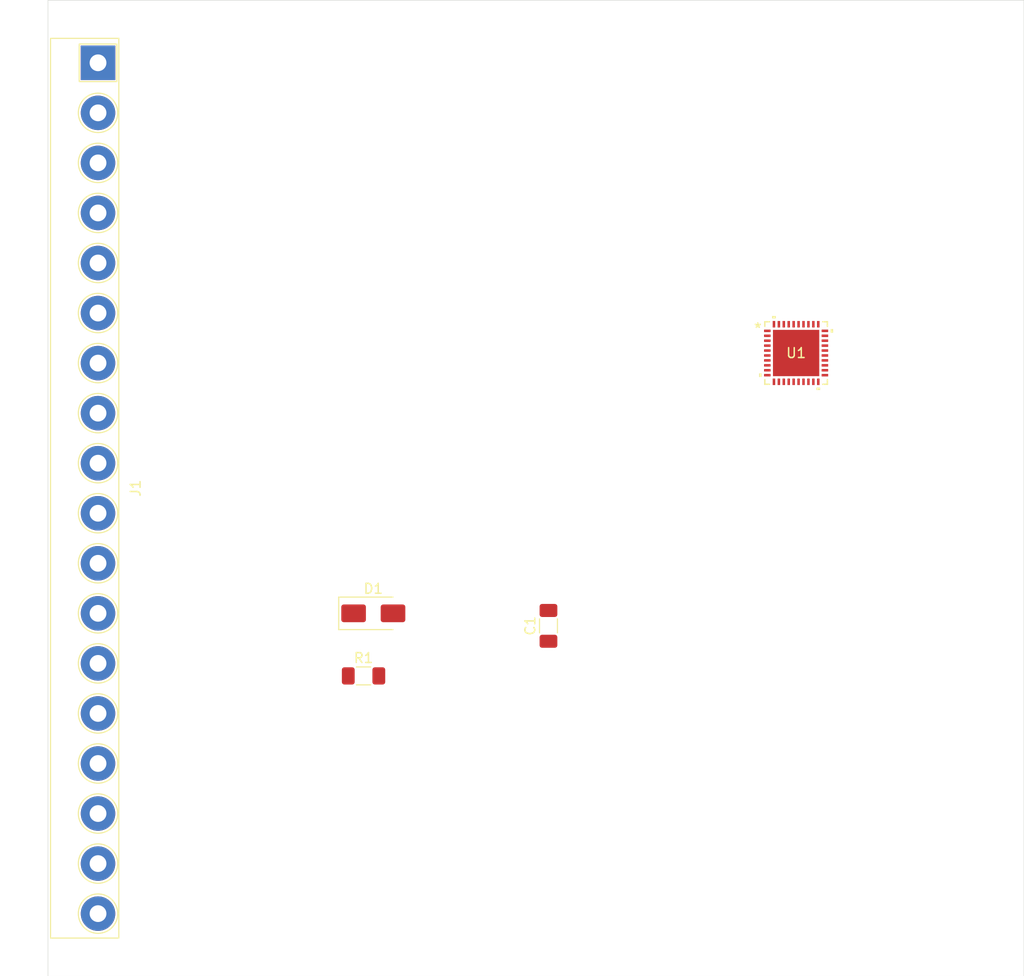
<source format=kicad_pcb>
(kicad_pcb (version 20240108) (generator "pcbnew") (generator_version "8.0")
  (layers (0 "F.Cu" signal) (31 "B.Cu" signal) (34 "B.Paste" user) (35 "F.Paste" user) (36 "B.SilkS" user "B.Silkscreen") (37 "F.SilkS" user "F.Silkscreen") (38 "B.Mask" user) (39 "F.Mask" user) (44 "Edge.Cuts" user))
  (net 0 "")
  (net 1 "/voltage_input/VCOM")
  (net 8 "AVSS")
  (net 15 "FGND")
  (footprint "Resistor_SMD:R_1206_3216Metric_Pad1.30x1.75mm_HandSolder" (layer "F.Cu") (at 57.43 119.38)
    (property "Reference" "R1" (at 0 -1.82 0) (layer "F.SilkS"))
    (property "Value" "180R")
    (fp_line (start -0.727064 -0.91) (end 0.727064 -0.91) (stroke (width 0.12)) (layer "F.SilkS"))
    (fp_line (start -0.727064 0.91) (end 0.727064 0.91) (stroke (width 0.12)) (layer "F.SilkS"))
    (pad "1" smd roundrect (at -1.55 0) (size 1.3 1.75) (layers "F.Cu" "F.Paste" "F.Mask") (roundrect_rratio 0.192308) (net 15 "FGND"))
    (pad "2" smd roundrect (at 1.55 0) (size 1.3 1.75) (layers "F.Cu" "F.Paste" "F.Mask") (roundrect_rratio 0.192308) (net 1 "/voltage_input/VCOM"))
  )
  (footprint "Capacitor_SMD:C_1206_3216Metric_Pad1.33x1.80mm_HandSolder" (layer "F.Cu") (at 76.2 114.3 90)
    (property "Reference" "C1" (at 0 -1.85 90) (layer "F.SilkS"))
    (property "Value" "4.7 nF")
    (fp_line (start -0.711252 -0.91) (end 0.711252 -0.91) (stroke (width 0.12)) (layer "F.SilkS"))
    (fp_line (start -0.711252 0.91) (end 0.711252 0.91) (stroke (width 0.12)) (layer "F.SilkS"))
    (pad "1" smd roundrect (at -1.5625 0 90) (size 1.325 1.8) (layers "F.Cu" "F.Paste" "F.Mask") (roundrect_rratio 0.188679) (net 1 "/voltage_input/VCOM"))
    (pad "2" smd roundrect (at 1.5625 0 90) (size 1.325 1.8) (layers "F.Cu" "F.Paste" "F.Mask") (roundrect_rratio 0.188679) (net 15 "FGND"))
  )
  (footprint "NextPCB:Degson_2EDGR-5.08-18P" (layer "F.Cu") (at 30.48 57.15 -90)
    (property "Reference" "J1" (at 43.18 -3.81 90) (layer "F.SilkS"))
    (property "Value" "2EDGR-5.08-18P")
    (fp_rect (start -1.905 -1.905) (end 1.905 1.905) (stroke (width 0.12)) (fill none) (layer "F.SilkS"))
    (fp_rect (start -2.48 -2.11) (end 88.84 4.82) (stroke (width 0.12)) (fill none) (layer "F.SilkS"))
    (fp_circle (center 5.08 0) (end 7.08 0) (stroke (width 0.12)) (fill none) (layer "F.SilkS"))
    (fp_circle (center 10.16 0) (end 12.16 0) (stroke (width 0.12)) (fill none) (layer "F.SilkS"))
    (fp_circle (center 15.24 0) (end 17.24 0) (stroke (width 0.12)) (fill none) (layer "F.SilkS"))
    (fp_circle (center 20.32 0) (end 22.32 0) (stroke (width 0.12)) (fill none) (layer "F.SilkS"))
    (fp_circle (center 25.4 0) (end 27.4 0) (stroke (width 0.12)) (fill none) (layer "F.SilkS"))
    (fp_circle (center 30.48 0) (end 32.48 0) (stroke (width 0.12)) (fill none) (layer "F.SilkS"))
    (fp_circle (center 35.56 0) (end 37.56 0) (stroke (width 0.12)) (fill none) (layer "F.SilkS"))
    (fp_circle (center 40.64 0) (end 42.64 0) (stroke (width 0.12)) (fill none) (layer "F.SilkS"))
    (fp_circle (center 45.72 0) (end 47.72 0) (stroke (width 0.12)) (fill none) (layer "F.SilkS"))
    (fp_circle (center 50.8 0) (end 52.8 0) (stroke (width 0.12)) (fill none) (layer "F.SilkS"))
    (fp_circle (center 55.88 0) (end 57.88 0) (stroke (width 0.12)) (fill none) (layer "F.SilkS"))
    (fp_circle (center 60.96 0) (end 62.96 0) (stroke (width 0.12)) (fill none) (layer "F.SilkS"))
    (fp_circle (center 66.04 0) (end 68.04 0) (stroke (width 0.12)) (fill none) (layer "F.SilkS"))
    (fp_circle (center 71.12 0) (end 73.12 0) (stroke (width 0.12)) (fill none) (layer "F.SilkS"))
    (fp_circle (center 76.2 0) (end 78.2 0) (stroke (width 0.12)) (fill none) (layer "F.SilkS"))
    (fp_circle (center 81.28 0) (end 83.28 0) (stroke (width 0.12)) (fill none) (layer "F.SilkS"))
    (fp_circle (center 86.36 0) (end 88.36 0) (stroke (width 0.12)) (fill none) (layer "F.SilkS"))
    (pad "1" thru_hole rect (at 0 0 270) (size 3.5 3.5) (drill 1.7) (layers "*.Cu" "*.Mask"))
    (pad "2" thru_hole circle (at 5.08 0 270) (size 3.5 3.5) (drill 1.7) (layers "*.Cu" "*.Mask") (net 15 "FGND"))
    (pad "3" thru_hole circle (at 10.16 0 270) (size 3.5 3.5) (drill 1.7) (layers "*.Cu" "*.Mask"))
    (pad "4" thru_hole circle (at 15.24 0 270) (size 3.5 3.5) (drill 1.7) (layers "*.Cu" "*.Mask") (net 15 "FGND"))
    (pad "5" thru_hole circle (at 20.32 0 270) (size 3.5 3.5) (drill 1.7) (layers "*.Cu" "*.Mask"))
    (pad "6" thru_hole circle (at 25.4 0 270) (size 3.5 3.5) (drill 1.7) (layers "*.Cu" "*.Mask") (net 15 "FGND"))
    (pad "7" thru_hole circle (at 30.48 0 270) (size 3.5 3.5) (drill 1.7) (layers "*.Cu" "*.Mask"))
    (pad "8" thru_hole circle (at 35.56 0 270) (size 3.5 3.5) (drill 1.7) (layers "*.Cu" "*.Mask") (net 15 "FGND"))
    (pad "9" thru_hole circle (at 40.64 0 270) (size 3.5 3.5) (drill 1.7) (layers "*.Cu" "*.Mask"))
    (pad "10" thru_hole circle (at 45.72 0 270) (size 3.5 3.5) (drill 1.7) (layers "*.Cu" "*.Mask") (net 15 "FGND"))
    (pad "11" thru_hole circle (at 50.8 0 270) (size 3.5 3.5) (drill 1.7) (layers "*.Cu" "*.Mask"))
    (pad "12" thru_hole circle (at 55.88 0 270) (size 3.5 3.5) (drill 1.7) (layers "*.Cu" "*.Mask") (net 15 "FGND"))
    (pad "13" thru_hole circle (at 60.96 0 270) (size 3.5 3.5) (drill 1.7) (layers "*.Cu" "*.Mask"))
    (pad "14" thru_hole circle (at 66.04 0 270) (size 3.5 3.5) (drill 1.7) (layers "*.Cu" "*.Mask") (net 15 "FGND"))
    (pad "15" thru_hole circle (at 71.12 0 270) (size 3.5 3.5) (drill 1.7) (layers "*.Cu" "*.Mask"))
    (pad "16" thru_hole circle (at 76.2 0 270) (size 3.5 3.5) (drill 1.7) (layers "*.Cu" "*.Mask") (net 15 "FGND"))
    (pad "17" thru_hole circle (at 81.28 0 270) (size 3.5 3.5) (drill 1.7) (layers "*.Cu" "*.Mask"))
    (pad "18" thru_hole circle (at 86.36 0 270) (size 3.5 3.5) (drill 1.7) (layers "*.Cu" "*.Mask"))
  )
  (footprint "kicad_inventree_lib:AD4111BCPZ_ADI" (layer "F.Cu") (at 101.336202 86.606202)
    (property "Reference" "U1" (at 0 0 0) (layer "F.SilkS"))
    (property "Value" "AD4111BCPZ")
    (fp_line (start -3.175 -3.175) (end -3.175 -2.709741) (stroke (width 0.1524)) (layer "F.SilkS"))
    (fp_line (start -3.175 2.709741) (end -3.175 3.175) (stroke (width 0.1524)) (layer "F.SilkS"))
    (fp_line (start -3.175 3.175) (end -2.709741 3.175) (stroke (width 0.1524)) (layer "F.SilkS"))
    (fp_line (start -2.709741 -3.175) (end -3.175 -3.175) (stroke (width 0.1524)) (layer "F.SilkS"))
    (fp_line (start 2.709741 3.175) (end 3.175 3.175) (stroke (width 0.1524)) (layer "F.SilkS"))
    (fp_line (start 3.175 -3.175) (end 2.709741 -3.175) (stroke (width 0.1524)) (layer "F.SilkS"))
    (fp_line (start 3.175 -2.709741) (end 3.175 -3.175) (stroke (width 0.1524)) (layer "F.SilkS"))
    (fp_line (start 3.175 3.175) (end 3.175 2.709741) (stroke (width 0.1524)) (layer "F.SilkS"))
    (fp_poly (pts (xy -3.761202 2.059501) (xy -3.761202 2.440501) (xy -3.507202 2.440501) (xy -3.507202 2.059501)) (fill solid) (layer "F.SilkS"))
    (fp_poly (pts (xy -2.440501 -3.507202) (xy -2.440501 -3.761202) (xy -2.059501 -3.761202) (xy -2.059501 -3.507202)) (fill solid) (layer "F.SilkS"))
    (fp_poly (pts (xy 2.059501 3.507202) (xy 2.059501 3.761202) (xy 2.440501 3.761202) (xy 2.440501 3.507202)) (fill solid) (layer "F.SilkS"))
    (fp_poly (pts (xy 3.761202 -2.440501) (xy 3.761202 -2.059501) (xy 3.507202 -2.059501) (xy 3.507202 -2.440501)) (fill solid) (layer "F.SilkS"))
    (fp_text user "*" (at -3.8882 -2.5 0) (layer "F.SilkS"))
    (fp_text user "*" (at -3.8882 -2.5 0) (layer "F.SilkS"))
    (pad "1" smd rect (at -2.923002 -2.250001 90) (size 0.254 0.6604) (layers "F.Cu" "F.Paste" "F.Mask"))
    (pad "2" smd rect (at -2.923002 -1.749999 90) (size 0.254 0.6604) (layers "F.Cu" "F.Paste" "F.Mask"))
    (pad "3" smd rect (at -2.923002 -1.25 90) (size 0.254 0.6604) (layers "F.Cu" "F.Paste" "F.Mask"))
    (pad "4" smd rect (at -2.923002 -0.750001 90) (size 0.254 0.6604) (layers "F.Cu" "F.Paste" "F.Mask"))
    (pad "5" smd rect (at -2.923002 -0.25 90) (size 0.254 0.6604) (layers "F.Cu" "F.Paste" "F.Mask"))
    (pad "6" smd rect (at -2.923002 0.25 90) (size 0.254 0.6604) (layers "F.Cu" "F.Paste" "F.Mask"))
    (pad "7" smd rect (at -2.923002 0.750001 90) (size 0.254 0.6604) (layers "F.Cu" "F.Paste" "F.Mask"))
    (pad "8" smd rect (at -2.923002 1.25 90) (size 0.254 0.6604) (layers "F.Cu" "F.Paste" "F.Mask") (net 8 "AVSS"))
    (pad "9" smd rect (at -2.923002 1.749999 90) (size 0.254 0.6604) (layers "F.Cu" "F.Paste" "F.Mask"))
    (pad "10" smd rect (at -2.923002 2.250001 90) (size 0.254 0.6604) (layers "F.Cu" "F.Paste" "F.Mask"))
    (pad "11" smd rect (at -2.250001 2.923002) (size 0.254 0.6604) (layers "F.Cu" "F.Paste" "F.Mask") (net 15 "FGND"))
    (pad "12" smd rect (at -1.749999 2.923002) (size 0.254 0.6604) (layers "F.Cu" "F.Paste" "F.Mask"))
    (pad "13" smd rect (at -1.25 2.923002) (size 0.254 0.6604) (layers "F.Cu" "F.Paste" "F.Mask"))
    (pad "14" smd rect (at -0.750001 2.923002) (size 0.254 0.6604) (layers "F.Cu" "F.Paste" "F.Mask"))
    (pad "15" smd rect (at -0.25 2.923002) (size 0.254 0.6604) (layers "F.Cu" "F.Paste" "F.Mask"))
    (pad "16" smd rect (at 0.25 2.923002) (size 0.254 0.6604) (layers "F.Cu" "F.Paste" "F.Mask"))
    (pad "17" smd rect (at 0.750001 2.923002) (size 0.254 0.6604) (layers "F.Cu" "F.Paste" "F.Mask"))
    (pad "18" smd rect (at 1.25 2.923002) (size 0.254 0.6604) (layers "F.Cu" "F.Paste" "F.Mask"))
    (pad "19" smd rect (at 1.749999 2.923002) (size 0.254 0.6604) (layers "F.Cu" "F.Paste" "F.Mask"))
    (pad "20" smd rect (at 2.250001 2.923002) (size 0.254 0.6604) (layers "F.Cu" "F.Paste" "F.Mask"))
    (pad "21" smd rect (at 2.923002 2.250001 90) (size 0.254 0.6604) (layers "F.Cu" "F.Paste" "F.Mask"))
    (pad "22" smd rect (at 2.923002 1.749999 90) (size 0.254 0.6604) (layers "F.Cu" "F.Paste" "F.Mask"))
    (pad "23" smd rect (at 2.923002 1.25 90) (size 0.254 0.6604) (layers "F.Cu" "F.Paste" "F.Mask"))
    (pad "24" smd rect (at 2.923002 0.750001 90) (size 0.254 0.6604) (layers "F.Cu" "F.Paste" "F.Mask"))
    (pad "25" smd rect (at 2.923002 0.25 90) (size 0.254 0.6604) (layers "F.Cu" "F.Paste" "F.Mask"))
    (pad "26" smd rect (at 2.923002 -0.25 90) (size 0.254 0.6604) (layers "F.Cu" "F.Paste" "F.Mask"))
    (pad "27" smd rect (at 2.923002 -0.750001 90) (size 0.254 0.6604) (layers "F.Cu" "F.Paste" "F.Mask"))
    (pad "28" smd rect (at 2.923002 -1.25 90) (size 0.254 0.6604) (layers "F.Cu" "F.Paste" "F.Mask"))
    (pad "29" smd rect (at 2.923002 -1.749999 90) (size 0.254 0.6604) (layers "F.Cu" "F.Paste" "F.Mask"))
    (pad "30" smd rect (at 2.923002 -2.250001 90) (size 0.254 0.6604) (layers "F.Cu" "F.Paste" "F.Mask") (net 15 "FGND"))
    (pad "31" smd rect (at 2.250001 -2.923002) (size 0.254 0.6604) (layers "F.Cu" "F.Paste" "F.Mask") (net 15 "FGND"))
    (pad "32" smd rect (at 1.749999 -2.923002) (size 0.254 0.6604) (layers "F.Cu" "F.Paste" "F.Mask") (net 15 "FGND"))
    (pad "33" smd rect (at 1.25 -2.923002) (size 0.254 0.6604) (layers "F.Cu" "F.Paste" "F.Mask") (net 15 "FGND"))
    (pad "34" smd rect (at 0.750001 -2.923002) (size 0.254 0.6604) (layers "F.Cu" "F.Paste" "F.Mask"))
    (pad "35" smd rect (at 0.25 -2.923002) (size 0.254 0.6604) (layers "F.Cu" "F.Paste" "F.Mask"))
    (pad "36" smd rect (at -0.25 -2.923002) (size 0.254 0.6604) (layers "F.Cu" "F.Paste" "F.Mask"))
    (pad "37" smd rect (at -0.750001 -2.923002) (size 0.254 0.6604) (layers "F.Cu" "F.Paste" "F.Mask"))
    (pad "38" smd rect (at -1.25 -2.923002) (size 0.254 0.6604) (layers "F.Cu" "F.Paste" "F.Mask"))
    (pad "39" smd rect (at -1.749999 -2.923002) (size 0.254 0.6604) (layers "F.Cu" "F.Paste" "F.Mask"))
    (pad "40" smd rect (at -2.250001 -2.923002) (size 0.254 0.6604) (layers "F.Cu" "F.Paste" "F.Mask"))
    (pad "41" smd rect (at 0 0) (size 4.699 4.699) (layers "F.Cu" "F.Paste" "F.Mask") (net 8 "AVSS"))
  )
  (footprint "Diode_SMD:D_SMA" (layer "F.Cu") (at 58.42 113.03)
    (property "Reference" "D1" (at 0 -2.5 0) (layer "F.SilkS"))
    (property "Value" "SMAJ33CA")
    (fp_line (start -3.51 -1.65) (end -3.51 1.65) (stroke (width 0.12)) (layer "F.SilkS"))
    (fp_line (start -3.51 -1.65) (end 2 -1.65) (stroke (width 0.12)) (layer "F.SilkS"))
    (fp_line (start -3.51 1.65) (end 2 1.65) (stroke (width 0.12)) (layer "F.SilkS"))
    (pad "1" smd roundrect (at -2 0) (size 2.5 1.8) (layers "F.Cu" "F.Paste" "F.Mask") (roundrect_rratio 0.1388888889) (net 15 "FGND"))
    (pad "2" smd roundrect (at 2 0) (size 2.5 1.8) (layers "F.Cu" "F.Paste" "F.Mask") (roundrect_rratio 0.1388888889) (net 15 "FGND"))
  )
  (gr_rect (start 25.4 50.8) (end 124.46 149.86) (stroke (width 0.05)) (fill none) (layer "Edge.Cuts"))
)
</source>
